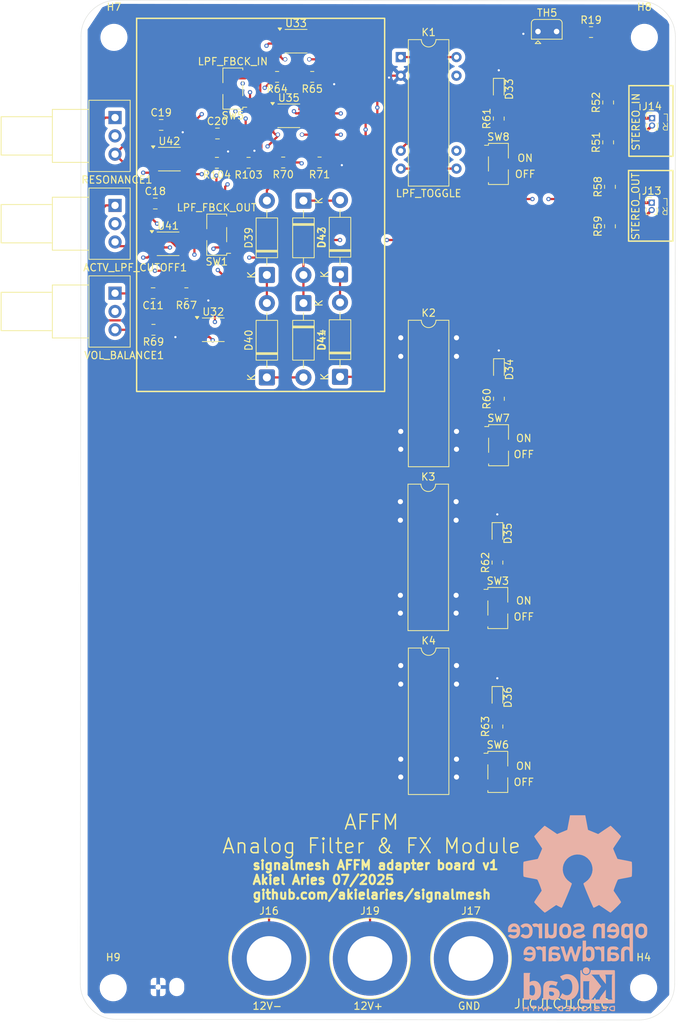
<source format=kicad_pcb>
(kicad_pcb (version 20241229) (generator "pcbnew") (generator_version "9.0")
  (layers (0 "F.Cu" signal) (4 "In1.Cu" signal) (6 "In2.Cu" signal) (2 "B.Cu" signal) (13 "F.Paste" user) (15 "B.Paste" user) (5 "F.SilkS" user "F.Silkscreen") (7 "B.SilkS" user "B.Silkscreen") (1 "F.Mask" user) (3 "B.Mask" user) (25 "Edge.Cuts" user))
  (net 0 "")
  (net 1 "GND")
  (net 2 "APM_VDD")
  (net 3 "TDM_VDD")
  (net 4 "/APM_DAC_OUT_R")
  (net 5 "/APM_DAC_OUT_L")
  (net 6 "/AFFM/AFFM_filters/MONO_IN")
  (net 7 "/AFFM/AFFM_filters/BPF_OUT")
  (net 8 "/AFFM/AFFM_filters/HPF_IN")
  (net 9 "/AFFM/AFFM_filters/BPF_IN")
  (net 10 "Net-(R19-Pad1)")
  (net 11 "Net-(D33-A)")
  (net 12 "Net-(D34-A)")
  (net 13 "Net-(D35-A)")
  (net 14 "Net-(D36-A)")
  (net 15 "/AFFM/AFFM_filters/BSF_IN")
  (net 16 "/DSM_DAC_IN_L")
  (net 17 "/DSM_DAC_IN_R")
  (net 18 "Net-(C11-Pad1)")
  (net 19 "Net-(U41-+)")
  (net 20 "Net-(U42-+)")
  (net 21 "/AFFM/AFFM_filters/LPFs/Fback_in")
  (net 22 "Net-(D39-K)")
  (net 23 "Net-(D39-A)")
  (net 24 "Net-(D40-K)")
  (net 25 "Net-(D42-K)")
  (net 26 "Net-(D43-K)")
  (net 27 "/AFFM/AFFM_filters/LPFs/12V-")
  (net 28 "/AFFM/AFFM_filters/LPF_OUT")
  (net 29 "/AFFM/AFFM_filters/HPF_OUT")
  (net 30 "/AFFM/AFFM_filters/BSF_OUT")
  (net 31 "/AFFM/AFFM_filters/LPFs/12V+")
  (net 32 "Net-(U32-+)")
  (net 33 "Net-(U35--)")
  (net 34 "Net-(U32--)")
  (net 36 "Net-(U41--)")
  (net 37 "/AFFM/AFFM_filters/LPF_IN")
  (net 53 "Net-(SW1-B)")
  (net 55 "/AFFM/AFFM_filters/LPFs/RFBACK_OUT")
  (net 58 "/AFFM/AFFM_filters/LPF_TOGGLE")
  (net 59 "/AFFM/AFFM_filters/HPF_TOGGLE")
  (net 60 "/AFFM/AFFM_filters/BPF_TOGGLE")
  (net 61 "/AFFM/AFFM_filters/BSF_TOGGLE")
  (net 66 "/AFFM/AFFM_filters/LPFs/CFBACK_OUT")
  (net 67 "Net-(D41-K)")
  (net 68 "Net-(SW1-A)")
  (footprint "Resistor_SMD:R_0805_2012Metric_Pad1.20x1.40mm_HandSolder" (layer "F.Cu") (at 137.4 55.525 90)
    (property "Reference" "R58")
    (property "Value" "1K")
  )
  (footprint "Diode_THT:D_DO-41_SOD81_P10.16mm_Horizontal" (layer "F.Cu") (at 95.5 57.42 -90)
    (property "Reference" "D42")
    (property "Value" "1N4001")
  )
  (footprint "Relay_THT:Relay_StandexMeder_DIP_LowProfile" (layer "F.Cu") (at 108.8 37.8)
    (property "Reference" "K1")
    (property "Value" "LPF_TOGGLE")
  )
  (footprint "LED_SMD:LED_0603_1608Metric" (layer "F.Cu") (at 122.22 80.5125 -90)
    (property "Reference" "D34")
    (property "Value" "HPF_ON")
  )
  (footprint "Potentiometer_THT:Potentiometer_Alps_RK09Y11_Single_Horizontal" (layer "F.Cu") (at 69.75 70.068076)
    (property "Reference" "VOL_BALANCE1")
    (property "Value" "100k")
  )
  (footprint "Button_Switch_SMD:Nidec_Copal_CAS-120A" (layer "F.Cu") (at 122.15 52.4)
    (property "Reference" "SW8")
    (property "Value" "LPF_TOGGLE")
  )
  (footprint "Capacitor_SMD:C_0805_2012Metric" (layer "F.Cu") (at 76.05 47.068076)
    (property "Reference" "C19")
    (property "Value" "10nf")
  )
  (footprint "Resistor_SMD:R_0805_2012Metric_Pad1.20x1.40mm_HandSolder" (layer "F.Cu") (at 92.7325 52.2 180)
    (property "Reference" "R70")
    (property "Value" "10k")
  )
  (footprint "Diode_THT:D_DO-41_SOD81_P10.16mm_Horizontal" (layer "F.Cu") (at 100.5 81.5 90)
    (property "Reference" "D44")
    (property "Value" "1N4001")
  )
  (footprint "LED_SMD:LED_0603_1608Metric" (layer "F.Cu") (at 122.02 125.3125 -90)
    (property "Reference" "D36")
    (property "Value" "BSF_ON")
  )
  (footprint "Resistor_SMD:R_0805_2012Metric_Pad1.20x1.40mm_HandSolder" (layer "F.Cu") (at 137.15 44 90)
    (property "Reference" "R52")
    (property "Value" "10K")
  )
  (footprint "Relay_THT:Relay_StandexMeder_DIP_LowProfile" (layer "F.Cu") (at 108.75 98.56)
    (property "Reference" "K3")
    (property "Value" "DIPxx-1Axx-11x")
  )
  (footprint "Resistor_SMD:R_0805_2012Metric_Pad1.20x1.40mm_HandSolder" (layer "F.Cu") (at 122.22 84.5 90)
    (property "Reference" "R60")
    (property "Value" "300")
  )
  (footprint "Package_SO:VSSOP-8_3x3mm_P0.65mm" (layer "F.Cu") (at 94.4875 35.625)
    (property "Reference" "U33")
    (property "Value" "OPA196xDGK")
  )
  (footprint "MountingHole:MountingHole_3.2mm_M3" (layer "F.Cu") (at 142 165)
    (property "Reference" "H4")
    (property "Value" "MountingHole")
  )
  (footprint "Resistor_SMD:R_0805_2012Metric_Pad1.20x1.40mm_HandSolder" (layer "F.Cu") (at 137.4 60.925 90)
    (property "Reference" "R59")
    (property "Value" "1K")
  )
  (footprint "Package_SO:VSSOP-8_3x3mm_P0.65mm" (layer "F.Cu") (at 77 63.318076)
    (property "Reference" "U41")
    (property "Value" "OPA196xDGK")
  )
  (footprint "Relay_THT:Relay_StandexMeder_DIP_LowProfile" (layer "F.Cu") (at 108.8 120.96)
    (property "Reference" "K4")
    (property "Value" "DIPxx-1Axx-11x")
  )
  (footprint "Resistor_SMD:R_0805_2012Metric_Pad1.20x1.40mm_HandSolder" (layer "F.Cu") (at 137.15 49.45 90)
    (property "Reference" "R51")
    (property "Value" "10K")
  )
  (footprint "Resistor_SMD:R_0805_2012Metric_Pad1.20x1.40mm_HandSolder" (layer "F.Cu") (at 75 75.068076 180)
    (property "Reference" "R69")
    (property "Value" "33k")
  )
  (footprint "MountingHole:MountingHole_3.2mm_M3" (layer "F.Cu") (at 69.5 165)
    (property "Reference" "H9")
    (property "Value" "MountingHole")
  )
  (footprint "Diode_THT:D_DO-41_SOD81_P10.16mm_Horizontal" (layer "F.Cu") (at 95.5 71.42 -90)
    (property "Reference" "D41")
    (property "Value" "1N4001")
  )
  (footprint "Connector:Banana_Jack_1Pin" (layer "F.Cu") (at 118.4 161)
    (property "Reference" "J17")
    (property "Value" "GND")
  )
  (footprint "Package_SO:VSSOP-8_3x3mm_P0.65mm" (layer "F.Cu") (at 83.175 75.068076)
    (property "Reference" "U32")
    (property "Value" "OPA196xDGK")
  )
  (footprint "Relay_THT:Relay_StandexMeder_DIP_LowProfile" (layer "F.Cu") (at 108.8 76.16)
    (property "Reference" "K2")
    (property "Value" "DIPxx-1Axx-11x")
  )
  (footprint "Potentiometer_THT:Potentiometer_Alps_RK09Y11_Single_Horizontal" (layer "F.Cu") (at 69.75 58.068076)
    (property "Reference" "ACTV_LPF_CUTOFF1")
    (property "Value" "100k")
  )
  (footprint "Capacitor_SMD:C_0805_2012Metric" (layer "F.Cu") (at 74.95 70.068076 180)
    (property "Reference" "C11")
    (property "Value" "1uf")
  )
  (footprint "Button_Switch_SMD:Nidec_Copal_CAS-120A" (layer "F.Cu") (at 122.07 113.1)
    (property "Reference" "SW3")
    (property "Value" "BPF_TOGGLE")
  )
  (footprint "Connector_PinHeader_1.00mm:PinHeader_1x02_P1.00mm_Vertical" (layer "F.Cu") (at 143.15 46.15)
    (property "Reference" "J14")
    (property "Value" "STEREO_IN")
  )
  (footprint "Resistor_SMD:R_0805_2012Metric_Pad1.20x1.40mm_HandSolder" (layer "F.Cu") (at 122.2 46.2 90)
    (property "Reference" "R61")
    (property "Value" "300")
  )
  (footprint "Resistor_SMD:R_0805_2012Metric_Pad1.20x1.40mm_HandSolder" (layer "F.Cu") (at 96.7 40.5 180)
    (property "Reference" "R65")
    (property "Value" "6k8")
  )
  (footprint "Capacitor_SMD:C_0805_2012Metric" (layer "F.Cu") (at 75.25 57.818076)
    (property "Reference" "C18")
    (property "Value" "10nf")
  )
  (footprint "Resistor_SMD:R_0805_2012Metric_Pad1.20x1.40mm_HandSolder" (layer "F.Cu") (at 88 52.243076 180)
    (property "Reference" "R103")
    (property "Value" "200k")
  )
  (footprint "Diode_THT:D_DO-41_SOD81_P10.16mm_Horizontal" (layer "F.Cu") (at 100.5 67.5 90)
    (property "Reference" "D43")
    (property "Value" "1N4001")
  )
  (footprint "Button_Switch_SMD:Nidec_Copal_CAS-120A" (layer "F.Cu") (at 83.65 62.068076 180)
    (property "Reference" "SW1")
    (property "Value" "LPF_FBCK_OUT")
  )
  (footprint "Package_SO:VSSOP-8_3x3mm_P0.65mm" (layer "F.Cu") (at 77.175 51.743076)
    (property "Reference" "U42")
    (property "Value" "OPA196xDGK")
  )
  (footprint "Resistor_SMD:R_0805_2012Metric_Pad1.20x1.40mm_HandSolder" (layer "F.Cu") (at 97.7 52.2 180)
    (property "Reference" "R71")
    (property "Value" "6k8")
  )
  (footprint "Resistor_SMD:R_0805_2012Metric_Pad1.20x1.40mm_HandSolder" (layer "F.Cu") (at 122.02 106.8875 90)
    (property "Reference" "R62")
    (property "Value" "300")
  )
  (footprint "Resistor_SMD:R_0805_2012Metric_Pad1.20x1.40mm_HandSolder" (layer "F.Cu") (at 91.9 40.5 180)
    (property "Reference" "R64")
    (property "Value" "10k")
  )
  (footprint "Potentiometer_THT:Potentiometer_Alps_RK09Y11_Single_Horizontal" (layer "F.Cu") (at 69.75 46.068076)
    (property "Reference" "RESONANCE1")
    (property "Value" "100k")
  )
  (footprint "Button_Switch_SMD:Nidec_Copal_CAS-120A" (layer "F.Cu") (at 85.85 42.1 180)
    (property "Reference" "SW5")
    (property "Value" "LPF_FBCK_IN")
  )
  (footprint "Capacitor_SMD:C_0805_2012Metric" (layer "F.Cu") (at 83.75 48.243076)
    (property "Reference" "C20")
    (property "Value" "1uf")
  )
  (footprint "Package_TO_SOT_THT:Heraeus_TO-92-2" (layer "F.Cu") (at 127.56 34.3)
    (property "Reference" "TH5")
    (property "Value" "10k")
  )
  (footprint "Button_Switch_SMD:Nidec_Copal_CAS-120A" (layer "F.Cu") (at 122.07 135.5)
    (property "Reference" "SW6")
    (property "Value" "BSF_TOGGLE")
  )
  (footprint "Diode_THT:D_DO-41_SOD81_P10.16mm_Horizontal" (layer "F.Cu") (at 90.5 67.58 90)
    (property "Reference" "D39")
    (property "Value" "1N4001")
  )
  (footprint "Resistor_SMD:R_0805_2012Metric_Pad1.20x1.40mm_HandSolder" (layer "F.Cu") (at 122.02 129.3 90)
    (property "Reference" "R63")
    (property "Value" "300")
  )
  (footprint "MountingHole:MountingHole_3.2mm_M3" (layer "F.Cu") (at 142.1 35.1)
    (property "Reference" "H8")
    (property "Value" "MountingHole")
  )
  (footprint "Connector:Banana_Jack_1Pin" (layer "F.Cu") (at 90.8 161)
    (property "Reference" "J16")
    (property "Value" "12V-")
  )
  (footprint "LED_SMD:LED_0603_1608Metric" (layer "F.Cu") (at 122.2 42.1875 -90)
    (property "Reference" "D33")
    (property "Value" "LPF_ON")
  )
  (footprint "Package_SO:VSSOP-8_3x3mm_P0.65mm" (layer "F.Cu") (at 93.5 45.818076)
    (property "Reference" "U35")
    (property "Value" "OPA196xDGK")
  )
  (footprint "Connector_PinHeader_1.00mm:PinHeader_1x02_P1.00mm_Vertical" (layer "F.Cu") (at 143.1 57.7)
    (property "Reference" "J13")
    (property "Value" "STEREO_OUT")
  )
  (footprint "MountingHole:MountingHole_3.2mm_M3" (layer "F.Cu") (at 69.6 35.1)
    (property "Reference" "H7")
    (property "Value" "MountingHole")
  )
  (footprint "LED_SMD:LED_0603_1608Metric" (layer "F.Cu") (at 122.02 102.9125 -90)
    (property "Reference" "D35")
    (property "Value" "BPF_ON")
  )
  (footprint "Resistor_SMD:R_0805_2012Metric_Pad1.20x1.40mm_HandSolder" (layer "F.Cu") (at 134.81 34.38)
    (property "Reference" "R19")
    (property "Value" "10k")
  )
  (footprint "Button_Switch_SMD:Nidec_Copal_CAS-120A" (layer "F.Cu") (at 122.17 90.85)
    (property "Reference" "SW7")
    (property "Value" "HPF_TOGGLE")
  )
  (footprint "Resistor_SMD:R_0805_2012Metric_Pad1.20x1.40mm_HandSolder" (layer "F.Cu") (at 79.5 70.068076 180)
    (property "Reference" "R67")
    (property "Value" "200k")
  )
  (footprint "Diode_THT:D_DO-41_SOD81_P10.16mm_Horizontal" (layer "F.Cu") (at 90.5 81.58 90)
    (property "Reference" "D40")
    (property "Value" "1N4001")
  )
  (footprint "Resistor_SMD:R_0805_2012Metric_Pad1.20x1.40mm_HandSolder" (layer "F.Cu") (at 83.675 52.243076 180)
    (property "Reference" "R104")
    (property "Value" "100K")
  )
  (footprint "Connector:Banana_Jack_1Pin" (layer "F.Cu") (at 104.6 161)
    (property "Reference" "J19")
    (property "Value" "12V+")
  )
  (footprint "Symbol:OSHW-Logo_19x20mm_SilkScreen" (layer "B.Cu") (at 133 151.4 180)
    (property "Reference" "OSHW" (hide yes))
    (property "Value" "OSHW-Logo_19x20mm_SilkScreen" (hide yes))
  )
  (footprint "Symbol:KiCad-Logo2_5mm_SilkScreen" (layer "B.Cu") (at 131.8 165.2 180)
    (property "Reference" "KiCAD_logo" (hide yes))
    (property "Value" "KiCad-Logo2_5mm_SilkScreen" (hide yes))
  )
  (gr_rect (start 72.7 32.5) (end 106.6 83.5) (stroke (width 0.2)) (fill no) (layer "F.SilkS"))
  (gr_rect (start 139.939268 53.3) (end 146 62.95) (stroke (width 0.2)) (fill no) (layer "F.SilkS"))
  (gr_rect (start 139.990064 41.7) (end 146.009937 51.35) (stroke (width 0.2)) (fill no) (layer "F.SilkS"))
  (gr_arc (start 65.096025 34.944247) (mid 66.5 31.5) (end 69.911738 30.018778) (stroke (width 0.05)) (layer "Edge.Cuts"))
  (gr_line (start 69.92547 169.315713) (end 141.42547 169.411738) (stroke (width 0.05)) (layer "Edge.Cuts"))
  (gr_arc (start 146.241183 164.486269) (mid 144.837208 167.930516) (end 141.42547 169.411738) (stroke (width 0.05)) (layer "Edge.Cuts"))
  (gr_arc (start 69.925469 169.315713) (mid 66.481222 167.911738) (end 65 164.5) (stroke (width 0.05)) (layer "Edge.Cuts"))
  (gr_line (start 65.096025 34.94425) (end 65 164.5) (stroke (width 0.05)) (layer "Edge.Cuts"))
  (gr_line (start 141.411738 30.114803) (end 69.911738 30.018778) (stroke (width 0.05)) (layer "Edge.Cuts"))
  (gr_line (start 146.241183 164.486266) (end 146.337208 34.930516) (stroke (width 0.05)) (layer "Edge.Cuts"))
  (gr_arc (start 141.411739 30.114803) (mid 144.855986 31.518778) (end 146.337208 34.930516) (stroke (width 0.05)) (layer "Edge.Cuts"))
  (gr_text "OFF" (at 125.62 114.3 0) (layer "F.SilkS") (effects (font (size 1 1))))
  (gr_text "AFFM\nAnalog Filter & FX Module" (at 104.8 146.8 0) (layer "F.SilkS") (effects (font (size 2.016 2.016) (thickness 0.2) (bold yes)) (justify bottom)))
  (gr_text "R" (at 145.55 46.65 180) (layer "F.SilkS") (effects (font (size 1 1) (thickness 0.1)) (justify left bottom)))
  (gr_text "OFF" (at 125.62 136.9 0) (layer "F.SilkS") (effects (font (size 1 1))))
  (gr_text "ON" (at 125.62 89.9 0) (layer "F.SilkS") (effects (font (size 1 1))))
  (gr_text "R" (at 145.5 58.2 180) (layer "F.SilkS") (effects (font (size 1 1) (thickness 0.1)) (justify left bottom)))
  (gr_text "ON" (at 125.8 51.6 0) (layer "F.SilkS") (effects (font (size 1 1))))
  (gr_text "OFF" (at 125.8 53.8 0) (layer "F.SilkS") (effects (font (size 1 1))))
  (gr_text "signalmesh AFFM adapter board v1\nAkiel Aries 07/2025\ngithub.com/akielaries/signalmesh" (at 88.4 153 0) (layer "F.SilkS") (effects (font (size 1.25 1.25) (thickness 0.3) (bold yes)) (justify left bottom)))
  (gr_text "ON" (at 125.62 112.1 0) (layer "F.SilkS") (effects (font (size 1 1))))
  (gr_text "JLCJLCJLCJLC" (at 130.8 167.2 0) (layer "F.SilkS") (effects (font (size 1.27 1.27))))
  (gr_text "OFF" (at 125.62 92.1 0) (layer "F.SilkS") (effects (font (size 1 1))))
  (gr_text "ON" (at 125.62 134.7 0) (layer "F.SilkS") (effects (font (size 1 1))))
  (gr_text "L" (at 145.55 45.45 180) (layer "F.SilkS") (effects (font (size 1 1) (thickness 0.1)) (justify left bottom)))
  (gr_text "L" (at 145.5 57 180) (layer "F.SilkS") (effects (font (size 1 1) (thickness 0.1)) (justify left bottom)))
  (segment (start 100.381924 52.2) (end 98.75 52.2) (width 0.3) (layer "F.Cu") (net 1))
  (segment (start 122.2 79.7) (end 122.2 77.9) (width 0.3) (layer "F.Cu") (net 1))
  (segment (start 99.7 41.5) (end 98.7 40.5) (width 0.3) (layer "F.Cu") (net 1))
  (segment (start 78 47.068076) (end 77 47.068076) (width 0.3) (layer "F.Cu") (net 1))
  (segment (start 107.46 40.34) (end 107.2 40.6) (width 0.3) (layer "F.Cu") (net 1))
  (segment (start 77 75.068076) (end 76 75.068076) (width 0.3) (layer "F.Cu") (net 1))
  (segment (start 100.75 52.568076) (end 100.381924 52.2) (width 0.3) (layer "F.Cu") (net 1))
  (segment (start 127.56 34.3) (end 125.878 34.3) (width 0.3) (layer "F.Cu") (net 1))
  (segment (start 82.5 71.068076) (end 81.5 70.068076) (width 0.3) (layer "F.Cu") (net 1))
  (segment (start 125.878 34.3) (end 125.56 34.618) (width 0.3) (layer "F.Cu") (net 1))
  (segment (start 122 124.5) (end 122 122.7) (width 0.3) (layer "F.Cu") (net 1))
  (segment (start 79 48.068076) (end 78 47.068076) (width 0.3) (layer "F.Cu") (net 1))
  (segment (start 89 50.8) (end 88.8 50.6) (width 0.3) (layer "F.Cu") (net 1))
  (segment (start 84.675 51.225) (end 85.2 50.7) (width 0.3) (layer "F.Cu") (net 1))
  (segment (start 108.8 40.34) (end 107.46 40.34) (width 0.3) (layer "F.Cu") (net 1))
  (segment (start 122 102.1) (end 122 100.3) (width 0.3) (layer "F.Cu") (net 1))
  (segment (start 78 76.068076) (end 77 75.068076) (width 0.3) (layer "F.Cu") (net 1))
  (segment (start 98.7 40.5) (end 97.7 40.5) (width 0.3) (layer "F.Cu") (net 1))
  (segment (start 84.675 52.243076) (end 84.675 51.225) (width 0.3) (layer "F.Cu") (net 1))
  (segment (start 89 52.243076) (end 89 50.8) (width 0.3) (layer "F.Cu") (net 1))
  (segment (start 122.2 41.4) (end 122.2 39.6) (width 0.3) (layer "F.Cu") (net 1))
  (segment (start 81.5 70.068076) (end 80.5 70.068076) (width 0.3) (layer "F.Cu") (net 1))
  (via (at 85.2 50.7) (size 0.6) (drill 0.3) (layers "F.Cu" "B.Cu") (net 1))
  (via (at 88.8 50.6) (size 0.6) (drill 0.3) (layers "F.Cu" "B.Cu") (net 1))
  (via (at 122 122.7) (size 0.6) (drill 0.3) (layers "F.Cu" "B.Cu") (net 1))
  (via (at 107.2 40.6) (size 0.6) (drill 0.3) (layers "F.Cu" "B.Cu") (net 1))
  (via (at 99.7 41.5) (size 0.6) (drill 0.3) (layers "F.Cu" "B.Cu") (net 1))
  (via (at 125.56 34.618) (size 0.6) (drill 0.3) (layers "F.Cu" "B.Cu") (net 1))
  (via (at 79 48.068076) (size 0.6) (drill 0.3) (layers "F.Cu" "B.Cu") (net 1))
  (via (at 122.2 77.9) (size 0.6) (drill 0.3) (layers "F.Cu" "B.Cu") (net 1))
  (via (at 122.2 39.6) (size 0.6) (drill 0.3) (layers "F.Cu" "B.Cu") (net 1))
  (via (at 82.5 71.068076) (size 0.6) (drill 0.3) (layers "F.Cu" "B.Cu") (net 1))
  (via (at 100.75 52.568076) (size 0.6) (drill 0.3) (layers "F.Cu" "B.Cu") (net 1))
  (via (at 122 100.3) (size 0.6) (drill 0.3) (layers "F.Cu" "B.Cu") (net 1))
  (via (at 78 76.068076) (size 0.6) (drill 0.3) (layers "F.Cu" "B.Cu") (net 1))
  (segment (start 124.84 135.5) (end 125.1 135.76) (width 0.5) (layer "F.Cu") (net 2))
  (segment (start 123.22 135.5) (end 124.84 135.5) (width 0.5) (layer "F.Cu") (net 2))
  (segment (start 138.25 46.15) (end 137.15 45.05) (width 0.4) (layer "F.Cu") (net 4))
  (segment (start 143.15 46.15) (end 138.25 46.15) (width 0.4) (layer "F.Cu") (net 4))
  (segment (start 137.15 50.45) (end 139.85 50.45) (width 0.4) (layer "F.Cu") (net 5))
  (segment (start 139.85 50.45) (end 143.15 47.15) (width 0.4) (layer "F.Cu") (net 5))
  (segment (start 137.15 43.05) (end 134.95 43.05) (width 0.3) (layer "F.Cu") (net 6))
  (segment (start 128.8 45.8) (end 128 46.6) (width 0.3) (layer "F.Cu") (net 6))
  (segment (start 85.5 65.8) (end 88.5 62.8) (width 0.3) (layer "F.Cu") (net 6))
  (segment (start 134.6 48.15) (end 134.9 48.45) (width 0.3) (layer "F.Cu") (net 6))
  (segment (start 74.4 65.8) (end 85.5 65.8) (width 0.3) (layer "F.Cu") (net 6))
  (segment (start 74 66.2) (end 74.4 65.8) (width 0.3) (layer "F.Cu") (net 6))
  (segment (start 134.6 45.8) (end 128.8 45.8) (width 0.3) (layer "F.Cu") (net 6))
  (segment (start 134.95 43.05) (end 134.6 43.4) (width 0.3) (layer "F.Cu") (net 6))
  (segment (start 134.6 48.15) (end 134.6 45.8) (width 0.3) (layer "F.Cu") (net 6))
  (segment (start 128 64.4) (end 128 68.8) (width 0.3) (layer "F.Cu") (net 6))
  (segment (start 126.4 62.8) (end 128 64.4) (width 0.3) (layer "F.Cu") (net 6))
  (segment (start 74 70.068076) (end 74 66.2) (width 0.3) (layer "F.Cu") (net 6))
  (segment (start 134.9 48.45) (end 137.15 48.45) (width 0.3) (layer "F.Cu") (net 6))
  (segment (start 88.5 62.8) (end 100.5 62.8) (width 0.3) (layer "F.Cu") (net 6))
  (segment (start 126.4 62.8) (end 106.9 62.8) (width 0.3) (layer "F.Cu") (net 6))
  (segment (start 134.6 45.8) (end 134.6 43.4) (width 0.3) (layer "F.Cu") (net 6))
  (segment (start 128 46.6) (end 128 61.2) (width 0.3) (layer "F.Cu") (net 6))
  (segment (start 128 61.2) (end 126.4 62.8) (width 0.3) (layer "F.Cu") (net 6))
  (via (at 106.9 62.8) (size 0.6) (drill 0.3) (layers "F.Cu" "B.Cu") (net 6))
  (via (at 100.5 62.8) (size 0.6) (drill 0.3) (layers "F.Cu" "B.Cu") (net 6))
  (segment (start 108.8 76.16) (end 116.42 76.16) (width 0.3) (layer "F.Cu") (net 8))
  (segment (start 133.73 34.3) (end 133.81 34.38) (width 0.3) (layer "F.Cu") (net 10))
  (segment (start 130.1 34.3) (end 133.73 34.3) (width 0.3) (layer "F.Cu") (net 10))
  (segment (start 122.2 45.2) (end 122.2 42.975) (width 0.3) (layer "F.Cu") (net 11))
  (segment (start 122.22 81.3) (end 122.22 83.5) (width 0.3) (layer "F.Cu") (net 12))
  (segment (start 122.02 103.5) (end 122.02 105.7) (width 0.3) (layer "F.Cu") (net 13))
  (segment (start 122.02 126.3) (end 122.02 128.5) (width 0.3) (layer "F.Cu") (net 14))
  (segment (start 137.4 56.525) (end 138.575 57.7) (width 0.4) (layer "F.Cu") (net 16))
  (segment (start 138.575 57.7) (end 143.1 57.7) (width 0.4) (layer "F.Cu") (net 16))
  (segment (start 143.1 58.7) (end 139.875 61.925) (width 0.4) (layer "F.Cu") (net 17))
  (segment (start 139.875 61.925) (end 137.4 61.925) (width 0.4) (layer "F.Cu") (net 17))
  (segment (start 72.2 70.1) (end 69.781924 70.1) (width 0.3) (layer "F.Cu") (net 18))
  (segment (start 78.5 70.068076) (end 75.9 70.068076) (width 0.3) (layer "F.Cu") (net 18))
  (segment (start 72.5 70.4) (end 72.2 70.1) (width 0.3) (layer "F.Cu") (net 18))
  (segment (start 75.9 71.1) (end 75.5 71.5) (width 0.3) (layer "F.Cu") (net 18))
  (segment (start 69.781924 70.1) (end 69.75 70.068076) (width 0.3) (layer "F.Cu") (net 18))
  (segment (start 75.5 71.5) (end 72.8 71.5) (width 0.3) (layer "F.Cu") (net 18))
  (segment (start 75.9 70.068076) (end 75.9 71.1) (width 0.3) (layer "F.Cu") (net 18))
  (segment (start 72.8 71.5) (end 72.5 71.2) (width 0.3) (layer "F.Cu") (net 18))
  (segment (start 72.5 71.2) (end 72.5 70.4) (width 0.3) (layer "F.Cu") (net 18))
  (segment (start 69.75 63.068076) (end 70.325 63.643076) (width 0.3) (layer "F.Cu") (net 19))
  (segment (start 76.5 63.818076) (end 76.325 63.643076) (width 0.3) (layer "F.Cu") (net 19))
  (segment (start 75.5 60.568076) (end 74.3 59.368076) (width 0.3) (layer "F.Cu") (net 19))
  (segment (start 70.325 63.643076) (end 74.8875 63.643076) (width 0.3) (layer "F.Cu") (net 19))
  (segment (start 76.325 63.643076) (end 74.8875 63.643076) (width 0.3) (layer "F.Cu") (net 19))
  (segment (start 77.25 63.818076) (end 76.5 63.818076) (width 0.3) (layer "F.Cu") (net 19))
  (segment (start 74.3 59.368076) (end 74.3 57.818076) (width 0.3) (layer "F.Cu") (net 19))
  (via (at 75.5 60.568076) (size 0.6) (drill 0.3) (layers "F.Cu" "B.Cu") (net 19))
  (via (at 77.25 63.818076) (size 0.6) (drill 0.3) (layers "F.Cu" "B.Cu") (net 19))
  (segment (start 73.75 47.068076) (end 69.75 51.068076) (width 0.3) (layer "F.Cu") (net 20))
  (segment (start 69.75 51.068076) (end 70.75 52.068076) (width 0.3) (layer "F.Cu") (net 20))
  (segment (start 70.75 52.068076) (end 75.0625 52.068076) (width 0.3) (layer "F.Cu") (net 20))
  (segment (start 75.1 47.068076) (end 73.75 47.068076) (width 0.3) (layer "F.Cu") (net 20))
  (segment (start 75.0625 51.418076) (end 76.85 51.418076) (width 0.3) (layer "F.Cu") (net 21))
  (segment (start 83.7 42.1) (end 82.8 43) (width 0.3) (layer "F.Cu") (net 21))
  (segment (start 82.675 52.243076) (end 82.5 52.068076) (width 0.3) (layer "F.Cu") (net 21))
  (segment (start 82.5 52.068076) (end 80.85 52.068076) (width 0.3) (layer "F.Cu") (net 21))
  (segment (start 82.8 52.118076) (end 82.675 52.243076) (width 0.3) (layer "F.Cu") (net 21))
  (segment (start 82.8 48.243076) (end 82.8 52.118076) (width 0.3) (layer "F.Cu") (net 21))
  (segment (start 82.8 43) (end 82.8 48.243076) (width 0.3) (layer "F.Cu") (net 21))
  (segment (start 84.7 42.1) (end 83.7 42.1) (width 0.3) (layer "F.Cu") (net 21))
  (segment (start 77.5 52.068076) (end 79.2875 52.068076) (width 0.3) (layer "F.Cu") (net 21))
  (segment (start 76.85 51.418076) (end 77.5 52.068076) (width 0.3) (layer "F.Cu") (net 21))
  (segment (start 79.2875 52.068076) (end 80.85 52.068076) (width 0.3) (layer "F.Cu") (net 21))
  (segment (start 90.5 71.42) (end 90.5 67.58) (width 0.3) (layer "F.Cu") (net 22))
  (segment (start 100.5 81.5) (end 102.5 81.5) (width 0.3) (layer "F.Cu") (net 23))
  (segment (start 94.3 41.8) (end 94.3 40.5) (width 0.3) (layer "F.Cu") (net 23))
  (segment (start 94.3 36) (end 94.3 40.5) (width 0.3) (layer "F.Cu") (net 23))
  (segment (start 90.5 57.42) (end 90.5 56) (width 0.3) (layer "F.Cu") (net 23))
  (segment (start 92.375 35.3) (end 93.6 35.3) (width 0.3) (layer "F.Cu") (net 23))
  (segment (start 93.6 35.3) (end 94.3 36) (width 0.3) (layer "F.Cu") (net 23))
  (segment (start 102.5 81.5) (end 103 81) (width 0.3) (layer "F.Cu") (net 23))
  (segment (start 95.5 43) (end 94.3 41.8) (width 0.3) (layer "F.Cu") (net 23))
  (segment (start 91 55.5) (end 101.5 55.5) (width 0.3) (layer "F.Cu") (net 23))
  (segment (start 102 55) (end 102 43.5) (width 0.3) (layer "F.Cu") (net 23))
  (segment (start 103 56) (end 102 55) (width 0.3) (layer "F.Cu") (net 23))
  (segment (start 102 43.5) (end 101.5 43) (width 0.3) (layer "F.Cu") (net 23))
  (segment (start 94.3 40.5) (end 92.9 40.5) (width 0.3) (layer "F.Cu") (net 23))
  (segment (start 90.5 56) (end 91 55.5) (width 0.3) (layer "F.Cu") (net 23))
  (segment (start 103 81) (end 103 56) (width 0.3) (layer "F.Cu") (net 23))
  (segment (start 95.7 40.5) (end 94.3 40.5) (width 0.3) (layer "F.Cu") (net 23))
  (segment (start 101.5 43) (end 95.5 43) (width 0.3) (layer "F.Cu") (net 23))
  (segment (start 101.5 55.5) (end 102 55) (width 0.3) (layer "F.Cu") (net 23))
  (segment (start 90.5 81.58) (end 95.5 81.58) (width 0.3) (layer "F.Cu") (net 24))
  (segment (start 95.5 57.42) (end 100.42 57.42) (width 0.3) (layer "F.Cu") (net 25))
  (segment (start 100.42 57.42) (end 100.5 57.34) (width 0.3) (layer "F.Cu") (net 25))
  (segment (start 100.5 71.34) (end 100.5 67.5) (width 0.3) (layer "F.Cu") (net 26))
  (segment (start 104 48.4) (end 104 147.8) (width 0.3) (layer "F.Cu") (net 27))
  (segment (start 91.375 46.9) (end 91.375 48.075) (width 0.3) (layer "F.Cu") (net 27))
  (segment (start 75.0625 53.3375) (end 75.0625 52.718076) (width 0.3) (layer "F.Cu") (net 27))
  (segment (start 92.7 38.1) (end 93 38.1) (width 0.3) (layer "F.Cu") (net 27))
  (segment (start 92.375 36.6) (end 92.375 37.775) (width 0.3) (layer "F.Cu") (net 27))
  (segment (start 104 47.7) (end 104 48.4) (width 0.3) (layer "F.Cu") (net 27))
  (segment (start 90.6 50) (end 92 48.6) (width 0.3) (layer "F.Cu") (net 27))
  (segment (start 74.8875 64.5125) (end 74.2 65.2) (width 0.3) (layer "F.Cu") (net 27))
  (segment (start 74.8875 64.293076) (end 74.8875 64.5125) (width 0.3) (layer "F.Cu") (net 27))
  (segment (start 75.2 67) (end 80.4 67) (width 0.3) (layer "F.Cu") (net 27))
  (segment (start 73.6 53.6) (end 74.8 53.6) (width 0.3) (layer "F.Cu") (net 27))
  (segment (start 82.643076 76.043076) (end 81.0625 76.043076) (width 0.3) (layer "F.Cu") (net 27))
  (segment (start 92 48.6) (end 92 48.4) (width 0.3) (layer "F.Cu") (net 27))
  (segment (start 75.918076 52.718076) (end 77 53.8) (width 0.3) (layer "F.Cu") (net 27))
  (segment (start 104 147.8) (end 99.4 152.4) (width 0.3) (layer "F.Cu") (net 27))
  (segment (start 83.1 76.5) (end 82.643076 76.043076) (width 0.3) (layer "F.Cu") (net 27))
  (segment (start 91.5 152.4) (end 90.8 153.1) (width 0.3) (layer "F.Cu") (net 27))
  (segment (start 103.7 38.1) (end 104 38.4) (width 0.3) (layer "F.Cu") (net 27))
  (segment (start 75.0625 52.718076) (end 75.918076 52.718076) (width 0.3) (layer "F.Cu") (net 27))
  (segment (start 74.8 53.6) (end 75.0625 53.3375) (width 0.3) (layer "F.Cu") (net 27))
  (segment (start 92.375 37.775) (end 92.7 38.1) (width 0.3) (layer "F.Cu") (net 27))
  (segment (start 77 53.8) (end 81.6 53.8) (width 0.3) (layer "F.Cu") (net 27))
  (segment (start 83.4 70) (end 83.4 74) (width 0.3) (layer "F.Cu") (net 27))
  (segment (start 99.4 152.4) (end 91.5 152.4) (width 0.3) (layer "F.Cu") (net 27))
  (segment (start 90.8 153.1) (end 90.8 161) (width 0.3) (layer "F.Cu") (net 27))
  (segment (start 96.3 38.1) (end 103.7 38.1) (width 0.3) (layer "F.Cu") (net 27))
  (segment (start 95.3 48.4) (end 100.6 48.4) (width 0.3) (layer "F.Cu") (net 27))
  (segment (start 91.375 48.075) (end 91.7 48.4) (width 0.3) (layer "F.Cu") (net 27))
  (segment (start 80.4 67) (end 83.4 70) (width 0.3) (layer "F.Cu") (net 27))
  (segment (start 104 38.4) (end 104 48.4) (width 0.3) (layer "F.Cu") (net 27))
  (segment (start 74.2 65.2) (end 73.6 65.2) (width 0.3) (layer "F.Cu") (net 27))
  (via (at 73.6 53.6) (size 0.6) (drill 0.3) (layers "F.Cu" "B.Cu") (net 27))
  (via (at 100.6 48.4) (size 0.6) (drill 0.3) (layers "F.Cu" "B.Cu") (net 27))
  (via (at 83.4 74) (size 0.6) (drill 0.3) (layers "F.Cu" "B.Cu") (net 27))
  (via (at 93 38.1) (size 0.6) (drill 0.4) (layers "F.Cu" "B.Cu") (net 27))
  (via (at 90.6 50) (size 0.6) (drill 0.3) (layers "F.Cu" "B.Cu") (net 27))
  (via (at 75.2 67) (size 0.6) (drill 0.3) (layers "F.Cu" "B.Cu") (net 27))
  (via (at 73.6 65.2) (size 0.6) (drill 0.3) (layers "F.Cu" "B.Cu") (net 27))
  (via (at 81.6 53.8) (size 0.6) (drill 0.3) (layers "F.Cu" "B.Cu") (net 27))
  (via (at 92 48.4) (size 0.6) (drill 0.4) (layers "F.Cu" "B.Cu") (net 27))
  (via (at 83.1 76.5) (size 0.6) (drill 0.3) (layers "F.Cu" "B.Cu") (net 27))
  (via (at 95.3 48.4) (size 0.6) (drill 0.4) (layers "F.Cu" "B.Cu") (net 27))
  (via (at 96.3 38.1) (size 0.6) (drill 0.4) (layers "F.Cu" "B.Cu") (net 27))
  (via (at 104 47.7) (size 0.6) (drill 0.3) (layers "F.Cu" "B.Cu") (net 27))
  (segment (start 108.8 53.04) (end 111.84 53.04) (width 0.3) (layer "F.Cu") (net 28))
  (segment (start 111.84 53.04) (end 112.6 53.8) (width 0.3) (layer "F.Cu") (net 28))
  (segment (start 134.95 59.825) (end 137.2 59.825) (width 0.3) (layer "F.Cu") (net 28))
  (segment (start 126.8 57.2) (end 113.4 57.2) (width 0.3) (layer "F.Cu") (net 28))
  (segment (start 112.6 56.4) (end 112.6 53.8) (width 0.3) (layer "F.Cu") (net 28))
  (segment (start 134.65 54.775) (end 134.65 57.2) (width 0.3) (layer "F.Cu") (net 28))
  (segment (start 134.65 59.525) (end 134.95 59.825) (width 0.3) (layer "F.Cu") (net 28))
  (segment (start 108.96 53.2) (end 108.8 53.04) (width 0.3) (layer "F.Cu") (net 28))
  (segment (start 116.42 53.04) (end 113.36 53.04) (width 0.3) (layer "F.Cu") (net 28))
  (segment (start 137.2 54.425) (end 135 54.425) (width 0.3) (layer "F.Cu") (net 28))
  (segment (start 134.65 57.2) (end 134.65 59.525) (width 0.3) (layer "F.Cu") (net 28))
  (segment (start 113.4 57.2) (end 112.6 56.4) (width 0.3) (layer "F.Cu") (net 28))
  (segment (start 135 54.425) (end 134.65 54.775) (width 0.3) (layer "F.Cu") (net 28))
  (segment (start 113.36 53.04) (end 112.6 53.8) (width 0.3) (layer "F.Cu") (net 28))
  (segment (start 134.65 57.2) (end 129 57.2) (width 0.3) (layer "F.Cu") (net 28))
  (via (at 129 57.2) (size 0.6) (drill 0.3) (layers "F.Cu" "B.Cu") (net 28))
  (via (at 126.8 57.2) (size 0.6) (drill 0.3) (layers "F.Cu" "B.Cu") (net 28))
  (segment (start 116.42 91.44) (end 113.36 91.44) (width 0.3) (layer "F.Cu") (net 29))
  (segment (start 108.8 91.44) (end 111.84 91.44) (width 0.3) (layer "F.Cu") (net 29))
  (segment (start 113.36 91.44) (end 112.6 92.2) (width 0.3) (layer "F.Cu") (net 29))
  (segment (start 112.6 94.8) (end 112.6 92.2) (width 0.3) (layer "F.Cu") (net 29))
  (segment (start 111.84 91.44) (end 112.6 92.2) (width 0.3) (layer "F.Cu") (net 29))
  (segment (start 81 51) (end 81 46.2) (width 0.3) (layer "F.Cu") (net 31))
  (segment (start 86.856924 74.743076) (end 85.2875 74.743076) (width 0.3) (layer "F.Cu") (net 31))
  (segment (start 84.4 67.5) (end 84.4 71.6) (width 0.3) (layer "F.Cu") (net 31))
  (segment (start 79.1125 62.993076) (end 80.393076 62.993076) (width 0.3) (layer "F.Cu") (net 31))
  (segment (start 85.2 72.4) (end 86.8 72.4) (width 0.3) (layer "F.Cu") (net 31))
  (segment (start 104.6 161) (end 104.6 153.6) (width 0.3) (layer "F.Cu") (net 31))
  (segment (start 105.6 35.8) (end 105.1 35.3) (width 0.3) (layer "F.Cu") (net 31))
  (segment (start 105.1 35.3) (end 96.6 35.3) (width 0.3) (layer "F.Cu") (net 31))
  (segment (start 87.2 72.8) (end 87.2 74.4) (width 0.3) (layer "F.Cu") (net 31))
  (segment (start 95.6125 45.493076) (end 100.493076 45.493076) (width 0.3) (layer "F.Cu") (net 31))
  (segment (start 79.2875 51.418076) (end 80.581924 51.418076) (width 0.3) (layer "F.Cu") (net 31))
  (segment (start 83.8 66.9) (end 84.4 67.5) (width 0.3) (layer "F.Cu") (net 31))
  (segment (start 95.6125 45.493076) (end 94.493076 45.493076) (width 0.3) (layer "F.Cu") (net 31))
  (segment (start 94.493076 45.493076) (end 94.2 45.2) (width 0.3) (layer "F.Cu") (net 31))
  (segment (start 105.6 152.6) (end 105.6 35.8) (width 0.3) (layer "F.Cu") (net 31))
  (segment (start 104.6 153.6) (end 105.6 152.6) (width 0.3) (layer "F.Cu") (net 31))
  (segment (start 86.8 72.4) (end 87.2 72.8) (width 0.3) (layer "F.Cu") (net 31))
  (segment (start 81 46.2) (end 81.6 45.6) (width 0.3) (layer "F.Cu") (net 31))
  (segment (start 87.2 74.4) (end 86.856924 74.743076) (width 0.3) (layer "F.Cu") (net 31))
  (segment (start 80.393076 62.993076) (end 80.6 63.2) (width 0.3) (layer "F.Cu") (net 31))
  (segment (start 84.4 71.6) (end 85.2 72.4) (width 0.3) (layer "F.Cu") (net 31))
  (segment (start 80.6 63.2) (end 80.6 64.8) (width 0.3) (layer "F.Cu") (net 31))
  (segment (start 80.581924 51.418076) (end 81 51) (width 0.3) (layer "F.Cu") (net 31))
  (via (at 83.8 66.9) (size 0.6) (drill 0.3) (layers "F.Cu" "B.Cu") (net 31))
  (via (at 80.6 64.8) (size 0.6) (drill 0.3) (layers "F.Cu" "B.Cu") (net 31))
  (via (at 81.6 45.6) (size 0.6) (drill 0.3) (layers "F.Cu" "B.Cu") (net 31))
  (via (at 105.6 44.7) (size 0.6) (drill 0.3) (layers "F.Cu" "B.Cu") (net 31))
  (via (at 86.2 45.2) (size 0.6) (drill 0.3) (layers "F.Cu" "B.Cu") (net 31))
  (via (at 94.2 45.2) (size 0.6) (drill 0.3) (layers "F.Cu" "B.Cu") (net 31))
  (via (at 100.6 45.5) (size 0.6) (drill 0.3) (layers "F.Cu" "B.Cu") (net 31))
  (segment (start 79.5 75.743076) (end 79.5 77.068076) (width 0.3) (layer "F.Cu") (net 32))
  (segment (start 74.5 77.568076) (end 74 77.068076) (width 0.3) (layer "F.Cu") (net 32))
  (segment (start 74 75.068076) (end 69.75 75.068076) (width 0.3) (layer "F.Cu") (net 32))
  (segment (start 79.5 77.068076) (end 79 77.568076) (width 0.3) (layer "F.Cu") (net 32))
  (segment (start 79.85 75.393076) (end 79.5 75.743076) (width 0.3) (layer "F.Cu") (net 32))
  (segment (start 74 77.068076) (end 74 75.068076) (width 0.3) (layer "F.Cu") (net 32))
  (segment (start 81.0625 75.393076) (end 79.85 75.393076) (width 0.3) (layer "F.Cu") (net 32))
  (segment (start 79 77.568076) (end 74.5 77.568076) (width 0.3) (layer "F.Cu") (net 32))
  (segment (start 89.75 50.568076) (end 91.381924 52.2) (width 0.3) (layer "F.Cu") (net 33))
  (segment (start 96.75 53.068076) (end 96.75 51.568076) (width 0.3) (layer "F.Cu") (net 33))
  (segment (start 91.381924 52.2) (end 91.7825 52.2) (width 0.3) (layer "F.Cu") (net 33))
  (segment (start 91.7825 52.2) (end 91.7825 53.100576) (width 0.3) (layer "F.Cu") (net 33))
  (segment (start 96.5 53.318076) (end 96.75 53.068076) (width 0.3) (layer "F.Cu") (net 33))
  (segment (start 90.325 45.493076) (end 89.75 46.068076) (width 0.3) (layer "F.Cu") (net 33))
  (segment (start 92 53.318076) (end 96.5 53.318076) (width 0.3) (layer "F.Cu") (net 33))
  (segment (start 91.7825 53.100576) (end 92 53.318076) (width 0.3) (layer "F.Cu") (net 33))
  (segment (start 91.3875 45.493076) (end 90.325 45.493076) (width 0.3) (layer "F.Cu") (net 33))
  (segment (start 89.75 46.068076) (end 89.75 50.568076) (width 0.3) (layer "F.Cu") (net 33))
  (segment (start 80.078837 74.743076) (end 81.0625 74.743076) (width 0.3) (layer "F.Cu") (net 34))
  (segment (start 68 58.568076) (end 68 73.068076) (width 0.3) (layer "F.Cu") (net 34))
  (segment (start 69.75 58.068076) (end 68.5 58.068076) (width 0.3) (layer "F.Cu") (net 34))
  (segment (start 83.5 75.393076) (end 85.2875 75.393076) (width 0.3) (layer "F.Cu") (net 34))
  (segment (start 81.0625 74.743076) (end 82.85 74.743076) (width 0.3) (layer "F.Cu") (net 34))
  (segment (start 68.5 58.068076) (end 68 58.568076) (width 0.3) (layer "F.Cu") (net 34))
  (segment (start 82.85 74.743076) (end 83.5 75.393076) (width 0.3) (layer "F.Cu") (net 34))
  (segment (start 79.120902 73.785141) (end 80.078837 74.743076) (width 0.3) (layer "F.Cu") (net 34))
  (segment (start 68.717065 73.785141) (end 79.120902 73.785141) (width 0.3) (layer "F.Cu") (net 34))
  (segment (start 68 73.068076) (end 68.717065 73.785141) (width 0.3) (layer "F.Cu") (net 34))
  (segment (start 72.5 62.568076) (end 72.925 62.993076) (width 0.3) (layer "F.Cu") (net 36))
  (segment (start 78.075 63.643076) (end 79.1125 63.643076) (width 0.3) (layer "F.Cu") (net 36))
  (segment (start 68 55.068076) (end 68 46.5) (width 0.3) (layer "F.Cu") (net 36))
  (segment (start 72.925 62.993076) (end 74.8875 62.993076) (width 0.3) (layer "F.Cu") (net 36))
  (segment (start 74.8875 62.993076) (end 77.425 62.993076) (width 0.3) (layer "F.Cu") (net 36))
  (segment (start 68 46.5) (end 68.431924 46.068076) (width 0.3) (layer "F.Cu") (net 36))
  (segment (start 77.425 62.993076) (end 78.075 63.643076) (width 0.3) (layer "F.Cu") (net 36))
  (segment (start 68.431924 46.068076) (end 69.75 46.068076) (width 0.3) (layer "F.Cu") (net 36))
  (segment (start 72 55.818076) (end 72.5 56.318076) (width 0.3) (layer "F.Cu") (net 36))
  (segment (start 68.75 55.818076) (end 72 55.818076) (width 0.3) (layer "F.Cu") (net 36))
  (segment (start 68.75 55.818076) (end 68 55.068076) (width 0.3) (layer "F.Cu") (net 36))
  (segment (start 72.5 56.318076) (end 72.5 62.568076) (width 0.3) (layer "F.Cu") (net 36))
  (segment (start 87 52.243076) (end 87 48.818076) (width 0.3) (layer "F.Cu") (net 37))
  (segment (start 86.425 48.243076) (end 84.7 48.243076) (width 0.3) (layer "F.Cu") (net 37))
  (segment (start 87 48.818076) (end 86.425 48.243076) (width 0.3) (layer "F.Cu") (net 37))
  (segment (start 87.6 48.218076) (end 87.6 46.2) (width 0.3) (layer "F.Cu") (net 37))
  (segment (start 87 48.818076) (end 87.6 48.218076) (width 0.3) (layer "F.Cu") (net 37))
  (segment (start 108.8 37.8) (end 116.42 37.8) (width 0.3) (layer "F.Cu") (net 37))
  (via (at 87.6 46.2) (size 0.6) (drill 0.3) (layers "F.Cu" "B.Cu") (net 37))
  (segment (start 80.5 57.818076) (end 76.2 57.818076) (width 0.3) (layer "F.Cu") (net 53))
  (segment (start 81 58.318076) (end 80.5 57.818076) (width 0.3) (layer "F.Cu") (net 53))
  (segment (start 81 61.568076) (end 81 58.318076) (width 0.3) (layer "F.Cu") (net 53))
  (segment (start 81.5 62.068076) (end 81 61.568076) (width 0.3) (layer "F.Cu") (net 53))
  (segment (start 82.5 62.068076) (end 81.5 62.068076) (width 0.3) (layer "F.Cu") (net 53))
  (segment (start 89.9 43.5) (end 92.8 43.5) (width 0.3) (layer "F.Cu") (net 55))
  (segment (start 89.6 40.7) (end 89.6 43.2) (width 0.3) (layer "F.Cu") (net 55))
  (segment (start 89.6 43.2) (end 89.9 43.5) (width 0.3) (layer "F.Cu") (net 55))
  (segment (start 93.2 43.9) (end 93.2 45.8) (width 0.3) (layer "F.Cu") (net 55))
  (segment (start 93.2 45.8) (end 92.856924 46.143076) (width 0.3) (layer "F.Cu") (net 55))
  (segment (start 92.856924 46.143076) (end 91.3875 46.143076) (width 0.3) (layer "F.Cu") (net 55))
  (segment (start 89.25 40.35) (end 89.6 40.7) (width 0.3) (layer "F.Cu") (net 55))
  (segment (start 92.8 43.5) (end 93.2 43.9) (width 0.3) (layer "F.Cu") (net 55))
  (segment (start 87 40.35) (end 89.25 40.35) (width 0.3) (layer "F.Cu") (net 55))
  (segment (start 122.2 49.45) (end 121 50.65) (width 0.3) (layer "F.Cu") (net 58))
  (segment (start 110.2 49) (end 108.8 50.4) (width 0.3) (layer "F.Cu") (net 58))
  (segment (start 108.8 50.4) (end 108.8 50.6) (width 0.3) (layer "F.Cu") (net 58))
  (segment (start 121 50.65) (end 119.35 49) (width 0.3) (layer "F.Cu") (net 58))
  (segment (start 119.35 49) (end 110.2 49) (width 0.3) (layer "F.Cu") (net 58))
  (segment (start 122.2 49.45) (end 122.2 47.2) (width 0.3) (layer "F.Cu") (net 58))
  (segment (start 119.37 87.45) (end 110.22 87.45) (width 0.3) (layer "F.Cu") (net 59))
  (segment (start 110.22 87.45) (end 108.82 88.85) (width 0.3) (layer "F.Cu") (net 59))
  (segment (start 121.02 89.1) (end 119.37 87.45) (width 0.3) (layer "F.Cu") (net 59))
  (segment (start 122.22 87.9) (end 122.22 85.65) (width 0.3) (layer "F.Cu") (net 59))
  (segment (start 122.22 87.9) (end 121.02 89.1) (width 0.3) (layer "F.Cu") (net 59))
  (segment (start 122.02 110.1) (end 120.82 111.3) (width 0.3) (layer "F.Cu") (net 60))
  (segment (start 121.02 111.5) (end 119.37 109.85) (width 0.3) (layer "F.Cu") (net 60))
  (segment (start 122.02 110.1) (end 122.02 107.85) (width 0.3) (layer "F.Cu") (net 60))
  (segment (start 110.22 109.85) (end 108.82 111.25) (width 0.3) (layer "F.Cu") (net 60))
  (segment (start 119.37 109.85) (end 110.22 109.85) (width 0.3) (layer "F.Cu") (net 60))
  (segment (start 122.02 132.5) (end 120.82 133.7) (width 0.3) (layer "F.Cu") (net 61))
  (segment (start 110.22 132.25) (end 108.82 133.65) (width 0.3) (layer "F.Cu") (net 61))
  (segment (start 119.37 132.25) (end 110.22 132.25) (width 0.3) (layer "F.Cu") (net 61))
  (segment (start 121.02 133.9) (end 119.37 132.25) (width 0.3) (layer "F.Cu") (net 61))
  (segment (start 122.02 132.5) (end 122.02 130.25) (width 0.3) (layer "F.Cu") (net 61))
  (segment (start 87.85 43.85) (end 88.2 43.5) (width 0.3) (layer "F.Cu") (net 66))
  (segment (start 90.75 35.95) (end 92.375 35.95) (width 0.3) (layer "F.Cu") (net 66))
  (segment (start 87 43.85) (end 87.85 43.85) (width 0.3) (layer "F.Cu") (net 66))
  (segment (start 88.2 43.5) (end 88.2 42.6) (width 0.3) (layer "F.Cu") (net 66))
  (segment (start 90.45 36.25) (end 90.75 35.95) (width 0.3) (layer "F.Cu") (net 66))
  (via (at 90.45 36.25) (size 0.6) (drill 0.3) (layers "F.Cu" "B.Cu") (net 66))
  (via (at 88.2 42.6) (size 0.6) (drill 0.3) (layers "F.Cu" "B.Cu") (net 66))
  (segment (start 90.9 40.5) (end 89.5 39.1) (width 0.3) (layer "F.Cu") (net 67))
  (segment (start 94.6 33.3) (end 94.6 35.2) (width 0.3) (layer "F.Cu") (net 67))
  (segment (start 88.1 65.2) (end 95 65.2) (width 0.3) (layer "F.Cu") (net 67))
  (segment (start 89.5 34.2) (end 90.4 33.3) (width 0.3) (layer "F.Cu") (net 67))
  (segment (start 83.381924 63.818076) (end 83.2 64) (width 0.3) (layer "F.Cu") (net 67))
  (segment (start 83.6 61) (end 83.6 54) (width 0.3) (layer "F.Cu") (net 67))
  (segment (start 84.8 62.6) (end 83.8 61.6) (width 0.3) (layer "F.Cu") (net 67))
  (segment (start 95.5 65.7) (end 95.5 67.58) (width 0.3) (layer "F.Cu") (net 67))
  (segment (start 90.4 33.3) (end 94.6 33.3) (width 0.3) (layer "F.Cu") (net 67))
  (segment (start 84.8 63.818076) (end 84.8 62.6) (width 0.3) (layer "F.Cu") (net 67))
  (segment (start 95.5 71.42) (end 95.5 67.58) (width 0.3) (layer "F.Cu") (net 67))
  (segment (start 95 65.2) (end 95.5 65.7) (width 0.3) (layer "F.Cu") (net 67))
  (segment (start 83.6 61.4) (end 83.6 61) (width 0.3) (layer "F.Cu") (net 67))
  (segment (start 83.8 61.6) (end 83.6 61.4) (width 0.3) (layer "F.Cu") (net 67))
  (segment (start 94.6 35.2) (end 95.35 35.95) (width 0.3) (layer "F.Cu") (net 67))
  (segment (start 84.8 63.818076) (end 83.381924 63.818076) (width 0.3) (layer "F.Cu") (net 67))
  (segment (start 89.5 39.1) (end 89.5 34.2) (width 0.3) (layer "F.Cu") (net 67))
  (segment (start 90.9 41.3) (end 90.2 42) (width 0.3) (layer "F.Cu") (net 67))
  (segment (start 90.9 40.5) (end 90.9 41.3) (width 0.3) (layer "F.Cu") (net 67))
  (segment (start 95.35 35.95) (end 96.6 35.95) (width 0.3) (layer "F.Cu") (net 67))
  (via (at 88.1 65.2) (size 0.6) (drill 0.3) (layers "F.Cu" "B.Cu") (net 67))
  (via (at 83.2 64) (size 0.6) (drill 0.3) (layers "F.Cu" "B.Cu") (net 67))
  (via (at 90.2 42) (size 0.6) (drill 0.3) (layers "F.Cu" "B.Cu") (net 67))
  (via (at 87.2 41.4) (size 0.6) (drill 0.3) (layers "F.Cu" "B.Cu") (net 67))
  (via (at 83.6 54) (size 0.6) (drill 0.3) (layers "F.Cu" "B.Cu") (net 67))
  (segment (start 94.425 46.143076) (end 93.7825 46.785576) (width 0.3) (layer "F.Cu") (net 68))
  (segment (start 93.7825 46.785576) (end 93.7825 52.2) (width 0.3) (layer "F.Cu") (net 68))
  (segment (start 84.8 60.318076) (end 84.8 55.518076) (width 0.3) (layer "F.Cu") (net 68))
  (segment (start 84.8 55.518076) (end 85.125 55.193076) (width 0.3) (layer "F.Cu") (net 68))
  (segment (start 95.131924 52.2) (end 95.25 52.318076) (width 0.3) (layer "F.Cu") (net 68))
  (segment (start 95.6125 46.143076) (end 94.425 46.143076) (width 0.3) (layer "F.Cu") (net 68))
  (segment (start 93.7825 52.2) (end 95.131924 52.2) (width 0.3) (layer "F.Cu") (net 68))
  (via (at 85.125 55.193076) (size 0.6) (drill 0.3) (layers "F.Cu" "B.Cu") (net 68))
  (via (at 95.25 52.318076) (size 0.6) (drill 0.3) (layers "F.Cu" "B.Cu") (net 68))
  (zone (net 1) (net_name "GND") (layer "B.Cu") (connect_pads (clearance 0.5)) (min_thickness 0.25) (fill yes (thermal_gap 0.5) (thermal_bridge_width 0.5))
    (polygon (pts (xy 68.5 30.5) (xy 68 31) (xy 66 34) (xy 66 166) (xy 68 168.5) (xy 143 168.5) (xy 145.5 166) (xy 145.5 33) (xy 143 31) (xy 142 30.5)))
  )
)
</source>
